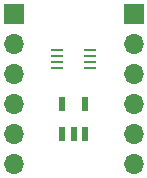
<source format=gts>
%TF.GenerationSoftware,KiCad,Pcbnew,(5.1.6-0-10_14)*%
%TF.CreationDate,2020-09-09T09:44:54+09:00*%
%TF.ProjectId,qPCR-spi_switcher,71504352-2d73-4706-995f-737769746368,rev?*%
%TF.SameCoordinates,Original*%
%TF.FileFunction,Soldermask,Top*%
%TF.FilePolarity,Negative*%
%FSLAX46Y46*%
G04 Gerber Fmt 4.6, Leading zero omitted, Abs format (unit mm)*
G04 Created by KiCad (PCBNEW (5.1.6-0-10_14)) date 2020-09-09 09:44:54*
%MOMM*%
%LPD*%
G01*
G04 APERTURE LIST*
%ADD10O,1.700000X1.700000*%
%ADD11R,1.700000X1.700000*%
%ADD12R,0.590000X1.210000*%
%ADD13R,1.120000X0.270000*%
G04 APERTURE END LIST*
D10*
%TO.C,J1*%
X101600000Y-76200000D03*
X101600000Y-73660000D03*
X101600000Y-71120000D03*
X101600000Y-68580000D03*
X101600000Y-66040000D03*
D11*
X101600000Y-63500000D03*
%TD*%
%TO.C,J2*%
X111760000Y-63500000D03*
D10*
X111760000Y-66040000D03*
X111760000Y-68580000D03*
X111760000Y-71120000D03*
X111760000Y-73660000D03*
X111760000Y-76200000D03*
%TD*%
D12*
%TO.C,U1*%
X105730000Y-71135000D03*
X107630000Y-71135000D03*
X107630000Y-73645000D03*
X106680000Y-73645000D03*
X105730000Y-73645000D03*
%TD*%
D13*
%TO.C,U2*%
X108085000Y-66560000D03*
X108085000Y-67060000D03*
X108085000Y-67560000D03*
X108085000Y-68060000D03*
X105275000Y-68060000D03*
X105275000Y-67560000D03*
X105275000Y-67060000D03*
X105275000Y-66560000D03*
%TD*%
M02*

</source>
